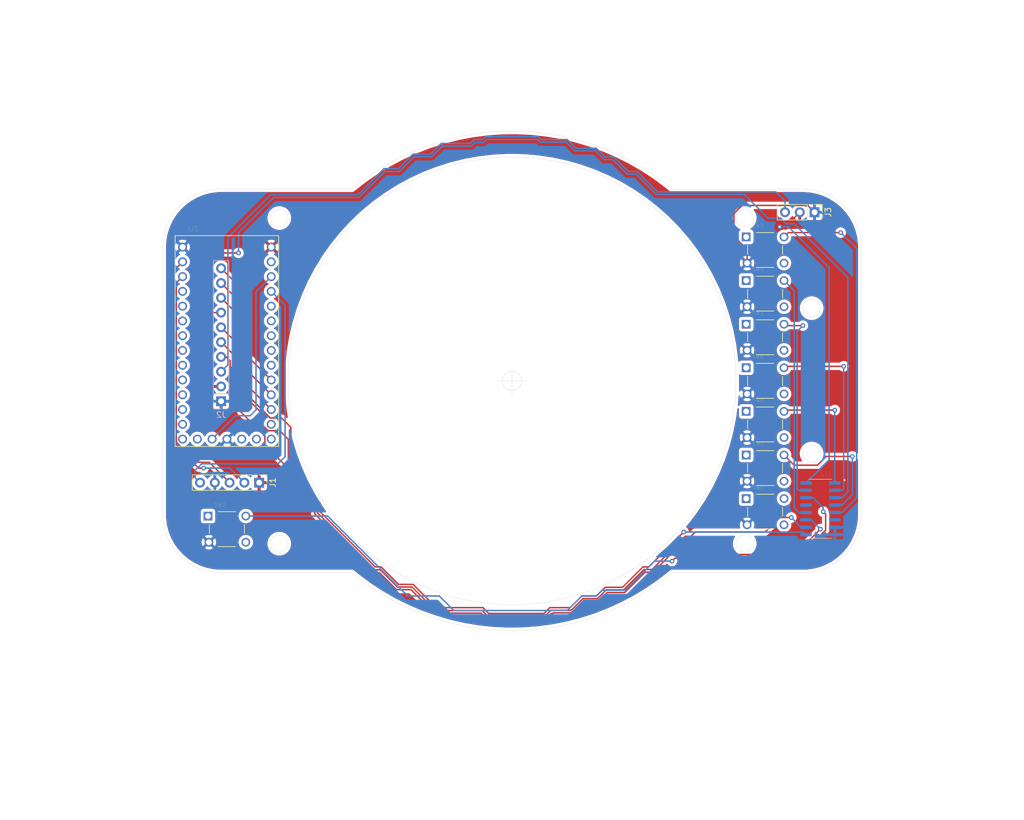
<source format=kicad_pcb>
(kicad_pcb (version 20171130) (host pcbnew "(5.1.6)-1")
  (layers (0 F.Cu signal) (31 B.Cu signal) (34 B.Paste user) (35 F.Paste user) (36 B.SilkS user) (37 F.SilkS user) (38 B.Mask user) (39 F.Mask user) (44 Edge.Cuts user))
  (net 0 "")
  (net 1 "Net-(J1-Pad5)")
  (net 2 GND)
  (net 3 "Net-(J1-Pad3)")
  (net 4 "Net-(J1-Pad2)")
  (net 5 +5V)
  (net 6 "Net-(J2-Pad10)")
  (net 7 "Net-(J2-Pad9)")
  (net 8 "Net-(J2-Pad8)")
  (net 9 "Net-(J2-Pad7)")
  (net 10 "Net-(J2-Pad6)")
  (net 11 "Net-(J2-Pad5)")
  (net 12 "Net-(J2-Pad4)")
  (net 13 "Net-(J2-Pad3)")
  (net 14 "Net-(SW1-Pad4)")
  (net 15 "Net-(SW1-Pad2)")
  (net 16 "Net-(SW1-Pad1)")
  (net 17 "Net-(SW2-Pad4)")
  (net 18 "Net-(SW2-Pad2)")
  (net 19 "Net-(SW2-Pad1)")
  (net 20 "Net-(SW3-Pad4)")
  (net 21 "Net-(SW3-Pad2)")
  (net 22 "Net-(SW3-Pad1)")
  (net 23 "Net-(SW4-Pad4)")
  (net 24 "Net-(SW4-Pad2)")
  (net 25 "Net-(SW4-Pad1)")
  (net 26 "Net-(SW5-Pad4)")
  (net 27 "Net-(SW5-Pad2)")
  (net 28 "Net-(SW5-Pad1)")
  (net 29 "Net-(SW6-Pad4)")
  (net 30 "Net-(SW6-Pad2)")
  (net 31 "Net-(SW6-Pad1)")
  (net 32 "Net-(SW7-Pad4)")
  (net 33 "Net-(SW7-Pad2)")
  (net 34 "Net-(SW7-Pad1)")
  (net 35 "Net-(SW8-Pad4)")
  (net 36 "Net-(SW8-Pad2)")
  (net 37 "Net-(SW8-Pad1)")
  (net 38 "Net-(U1-PadONOFF)")
  (net 39 "Net-(U1-PadPGM)")
  (net 40 +3V3)
  (net 41 "Net-(U1-PadVBAT)")
  (net 42 "Net-(U1-PadG3)")
  (net 43 "Net-(U1-Pad22)")
  (net 44 "Net-(U1-Pad21)")
  (net 45 "Net-(U1-Pad20)")
  (net 46 "Net-(U1-Pad19)")
  (net 47 "Net-(U1-Pad18)")
  (net 48 "Net-(U1-Pad14)")
  (net 49 "Net-(U1-Pad13)")
  (net 50 "Net-(U1-Pad2)")
  (net 51 "Net-(U1-Pad3)")
  (net 52 "Net-(U1-Pad4)")
  (net 53 "Net-(U1-Pad5)")
  (net 54 "Net-(U1-Pad6)")
  (net 55 "Net-(U1-Pad7)")
  (net 56 "Net-(U1-Pad8)")
  (net 57 "Net-(U1-Pad9)")
  (net 58 "Net-(U1-Pad10)")
  (net 59 "Net-(U1-Pad11)")
  (net 60 "Net-(U1-Pad12)")
  (net 61 "Net-(U2-Pad13)")
  (net 62 "Net-(U2-Pad6)")
  (module SN74LV4051ADR:SOIC127P600X175-16N (layer B.Cu) (at 203 122 180)
    (fp_text reference U2 (at -0.795 6.035) (layer B.SilkS) (effects (font (thickness 0.015)) (justify mirror)))
    (fp_text value SN74LV4051ADR)
    (fp_circle (center -4.145 4.945) (end -4.045 4.945) (layer B.SilkS) (width 0.2))
    (fp_line (start -1.95 5.065) (end 1.95 5.065) (layer B.SilkS) (width 0.127))
    (fp_line (start -1.95 -5.065) (end 1.95 -5.065) (layer B.SilkS) (width 0.127))
    (pad 16 smd rect (at 2.475 4.445 180) (size 1.97 0.6) (layers B.Cu B.Paste B.Mask) (net 5 +5V))
    (pad 15 smd rect (at 2.475 3.175 180) (size 1.97 0.6) (layers B.Cu B.Paste B.Mask) (net 21 "Net-(SW3-Pad2)"))
    (pad 14 smd rect (at 2.475 1.905 180) (size 1.97 0.6) (layers B.Cu B.Paste B.Mask) (net 18 "Net-(SW2-Pad2)"))
    (pad 13 smd rect (at 2.475 0.635 180) (size 1.97 0.6) (layers B.Cu B.Paste B.Mask) (net 61 "Net-(U2-Pad13)"))
    (pad 12 smd rect (at 2.475 -0.635 180) (size 1.97 0.6) (layers B.Cu B.Paste B.Mask) (net 24 "Net-(SW4-Pad2)"))
    (pad 11 smd rect (at 2.475 -1.905 180) (size 1.97 0.6) (layers B.Cu B.Paste B.Mask) (net 12 "Net-(J2-Pad4)"))
    (pad 10 smd rect (at 2.475 -3.175 180) (size 1.97 0.6) (layers B.Cu B.Paste B.Mask) (net 11 "Net-(J2-Pad5)"))
    (pad 9 smd rect (at 2.475 -4.445 180) (size 1.97 0.6) (layers B.Cu B.Paste B.Mask) (net 10 "Net-(J2-Pad6)"))
    (pad 8 smd rect (at -2.475 -4.445 180) (size 1.97 0.6) (layers B.Cu B.Paste B.Mask) (net 2 GND))
    (pad 7 smd rect (at -2.475 -3.175 180) (size 1.97 0.6) (layers B.Cu B.Paste B.Mask) (net 2 GND))
    (pad 6 smd rect (at -2.475 -1.905 180) (size 1.97 0.6) (layers B.Cu B.Paste B.Mask) (net 62 "Net-(U2-Pad6)"))
    (pad 5 smd rect (at -2.475 -0.635 180) (size 1.97 0.6) (layers B.Cu B.Paste B.Mask) (net 33 "Net-(SW7-Pad2)"))
    (pad 4 smd rect (at -2.475 0.635 180) (size 1.97 0.6) (layers B.Cu B.Paste B.Mask) (net 27 "Net-(SW5-Pad2)"))
    (pad 3 smd rect (at -2.475 1.905 180) (size 1.97 0.6) (layers B.Cu B.Paste B.Mask) (net 9 "Net-(J2-Pad7)"))
    (pad 2 smd rect (at -2.475 3.175 180) (size 1.97 0.6) (layers B.Cu B.Paste B.Mask) (net 30 "Net-(SW6-Pad2)"))
    (pad 1 smd rect (at -2.475 4.445 180) (size 1.97 0.6) (layers B.Cu B.Paste B.Mask) (net 36 "Net-(SW8-Pad2)"))
  )
  (module DEV-15583:MODULE_DEV-15583 (layer F.Cu) (at 101 93.5)
    (fp_text reference U1 (at -5.715 -19.685) (layer F.SilkS) (effects (font (thickness 0.015))))
    (fp_text value DEV-15583)
    (fp_text user GND (at -12.065 -16.256) (layer F.SilkS) (effects (font (size 0.64 0.64) (thickness 0.015))))
    (fp_line (start -8.89 -18.48) (end 8.89 -18.48) (layer F.SilkS) (width 0.127))
    (fp_line (start -8.89 17.78) (end -8.89 -18.48) (layer F.SilkS) (width 0.127))
    (fp_line (start 8.89 -18.48) (end 8.89 17.78) (layer F.SilkS) (width 0.127))
    (fp_line (start 8.89 17.78) (end -8.89 17.78) (layer F.SilkS) (width 0.127))
    (pad ONOFF thru_hole circle (at 5.08 16.51) (size 1.53 1.53) (drill 1.02) (layers *.Cu *.Mask) (net 38 "Net-(U1-PadONOFF)"))
    (pad PGM thru_hole circle (at 2.54 16.51) (size 1.53 1.53) (drill 1.02) (layers *.Cu *.Mask) (net 39 "Net-(U1-PadPGM)"))
    (pad G2 thru_hole circle (at 0 16.51) (size 1.53 1.53) (drill 1.02) (layers *.Cu *.Mask) (net 2 GND))
    (pad 3.3V_1 thru_hole circle (at -2.54 16.51) (size 1.53 1.53) (drill 1.02) (layers *.Cu *.Mask) (net 40 +3V3))
    (pad VBAT thru_hole circle (at -5.08 16.51) (size 1.53 1.53) (drill 1.02) (layers *.Cu *.Mask) (net 41 "Net-(U1-PadVBAT)"))
    (pad VIN thru_hole circle (at 7.62 -16.51) (size 1.53 1.53) (drill 1.02) (layers *.Cu *.Mask) (net 5 +5V))
    (pad G3 thru_hole circle (at 7.62 -13.97) (size 1.53 1.53) (drill 1.02) (layers *.Cu *.Mask) (net 42 "Net-(U1-PadG3)"))
    (pad 3.3V_2 thru_hole circle (at 7.62 -11.43) (size 1.53 1.53) (drill 1.02) (layers *.Cu *.Mask) (net 40 +3V3))
    (pad 23 thru_hole circle (at 7.62 -8.89) (size 1.53 1.53) (drill 1.02) (layers *.Cu *.Mask) (net 1 "Net-(J1-Pad5)"))
    (pad 22 thru_hole circle (at 7.62 -6.35) (size 1.53 1.53) (drill 1.02) (layers *.Cu *.Mask) (net 43 "Net-(U1-Pad22)"))
    (pad 21 thru_hole circle (at 7.62 -3.81) (size 1.53 1.53) (drill 1.02) (layers *.Cu *.Mask) (net 44 "Net-(U1-Pad21)"))
    (pad 20 thru_hole circle (at 7.62 -1.27) (size 1.53 1.53) (drill 1.02) (layers *.Cu *.Mask) (net 45 "Net-(U1-Pad20)"))
    (pad 19 thru_hole circle (at 7.62 1.27) (size 1.53 1.53) (drill 1.02) (layers *.Cu *.Mask) (net 46 "Net-(U1-Pad19)"))
    (pad 18 thru_hole circle (at 7.62 3.81) (size 1.53 1.53) (drill 1.02) (layers *.Cu *.Mask) (net 47 "Net-(U1-Pad18)"))
    (pad 17 thru_hole circle (at 7.62 6.35) (size 1.53 1.53) (drill 1.02) (layers *.Cu *.Mask) (net 6 "Net-(J2-Pad10)"))
    (pad 16 thru_hole circle (at 7.62 8.89) (size 1.53 1.53) (drill 1.02) (layers *.Cu *.Mask) (net 7 "Net-(J2-Pad9)"))
    (pad 15 thru_hole circle (at 7.62 11.43) (size 1.53 1.53) (drill 1.02) (layers *.Cu *.Mask) (net 8 "Net-(J2-Pad8)"))
    (pad 14 thru_hole circle (at 7.62 13.97) (size 1.53 1.53) (drill 1.02) (layers *.Cu *.Mask) (net 48 "Net-(U1-Pad14)"))
    (pad 13 thru_hole circle (at 7.62 16.51) (size 1.53 1.53) (drill 1.02) (layers *.Cu *.Mask) (net 49 "Net-(U1-Pad13)"))
    (pad G1 thru_hole circle (at -7.62 -16.51) (size 1.53 1.53) (drill 1.02) (layers *.Cu *.Mask) (net 2 GND))
    (pad 0 thru_hole circle (at -7.62 -13.97) (size 1.53 1.53) (drill 1.02) (layers *.Cu *.Mask) (net 4 "Net-(J1-Pad2)"))
    (pad 1 thru_hole circle (at -7.62 -11.43) (size 1.53 1.53) (drill 1.02) (layers *.Cu *.Mask) (net 3 "Net-(J1-Pad3)"))
    (pad 2 thru_hole circle (at -7.62 -8.89) (size 1.53 1.53) (drill 1.02) (layers *.Cu *.Mask) (net 50 "Net-(U1-Pad2)"))
    (pad 3 thru_hole circle (at -7.62 -6.35) (size 1.53 1.53) (drill 1.02) (layers *.Cu *.Mask) (net 51 "Net-(U1-Pad3)"))
    (pad 4 thru_hole circle (at -7.62 -3.81) (size 1.53 1.53) (drill 1.02) (layers *.Cu *.Mask) (net 52 "Net-(U1-Pad4)"))
    (pad 5 thru_hole circle (at -7.62 -1.27) (size 1.53 1.53) (drill 1.02) (layers *.Cu *.Mask) (net 53 "Net-(U1-Pad5)"))
    (pad 6 thru_hole circle (at -7.62 1.27) (size 1.53 1.53) (drill 1.02) (layers *.Cu *.Mask) (net 54 "Net-(U1-Pad6)"))
    (pad 7 thru_hole circle (at -7.62 3.81) (size 1.53 1.53) (drill 1.02) (layers *.Cu *.Mask) (net 55 "Net-(U1-Pad7)"))
    (pad 8 thru_hole circle (at -7.62 6.35) (size 1.53 1.53) (drill 1.02) (layers *.Cu *.Mask) (net 56 "Net-(U1-Pad8)"))
    (pad 9 thru_hole circle (at -7.62 8.89) (size 1.53 1.53) (drill 1.02) (layers *.Cu *.Mask) (net 57 "Net-(U1-Pad9)"))
    (pad 10 thru_hole circle (at -7.62 11.43) (size 1.53 1.53) (drill 1.02) (layers *.Cu *.Mask) (net 58 "Net-(U1-Pad10)"))
    (pad 11 thru_hole circle (at -7.62 13.97) (size 1.53 1.53) (drill 1.02) (layers *.Cu *.Mask) (net 59 "Net-(U1-Pad11)"))
    (pad 12 thru_hole circle (at -7.62 16.51) (size 1.53 1.53) (drill 1.02) (layers *.Cu *.Mask) (net 60 "Net-(U1-Pad12)"))
  )
  (module button:TE_3-1825910-1 (layer F.Cu) (at 193.5 107.5)
    (fp_text reference SW8 (at -1.219648 -4.182039) (layer F.SilkS) (effects (font (size 0.640864 0.640864) (thickness 0.015))))
    (fp_text value 3-1825910-1)
    (fp_line (start -3 0.75) (end -3 -0.75) (layer F.SilkS) (width 0.127))
    (fp_line (start -1.5 -3) (end 1.5 -3) (layer F.SilkS) (width 0.127))
    (fp_line (start 3 -0.75) (end 3 0.75) (layer F.SilkS) (width 0.127))
    (fp_line (start -1.5 3) (end 1.5 3) (layer F.SilkS) (width 0.127))
    (pad 4 thru_hole circle (at 3.25 2.25) (size 1.498 1.498) (drill 0.99) (layers *.Cu *.Mask) (net 35 "Net-(SW8-Pad4)"))
    (pad 3 thru_hole circle (at -3.1 2.25) (size 1.498 1.498) (drill 0.99) (layers *.Cu *.Mask) (net 2 GND))
    (pad 2 thru_hole circle (at 3.25 -2.25) (size 1.498 1.498) (drill 0.99) (layers *.Cu *.Mask) (net 36 "Net-(SW8-Pad2)"))
    (pad 1 thru_hole rect (at -3.25 -2.25) (size 1.498 1.498) (drill 0.99) (layers *.Cu *.Mask) (net 37 "Net-(SW8-Pad1)"))
  )
  (module button:TE_3-1825910-1 (layer F.Cu) (at 193.5 77.5)
    (fp_text reference SW7 (at -1.219648 -4.182039) (layer F.SilkS) (effects (font (size 0.640864 0.640864) (thickness 0.015))))
    (fp_text value 3-1825910-1)
    (fp_line (start -3 0.75) (end -3 -0.75) (layer F.SilkS) (width 0.127))
    (fp_line (start -1.5 -3) (end 1.5 -3) (layer F.SilkS) (width 0.127))
    (fp_line (start 3 -0.75) (end 3 0.75) (layer F.SilkS) (width 0.127))
    (fp_line (start -1.5 3) (end 1.5 3) (layer F.SilkS) (width 0.127))
    (pad 4 thru_hole circle (at 3.25 2.25) (size 1.498 1.498) (drill 0.99) (layers *.Cu *.Mask) (net 32 "Net-(SW7-Pad4)"))
    (pad 3 thru_hole circle (at -3.1 2.25) (size 1.498 1.498) (drill 0.99) (layers *.Cu *.Mask) (net 2 GND))
    (pad 2 thru_hole circle (at 3.25 -2.25) (size 1.498 1.498) (drill 0.99) (layers *.Cu *.Mask) (net 33 "Net-(SW7-Pad2)"))
    (pad 1 thru_hole rect (at -3.25 -2.25) (size 1.498 1.498) (drill 0.99) (layers *.Cu *.Mask) (net 34 "Net-(SW7-Pad1)"))
  )
  (module button:TE_3-1825910-1 (layer F.Cu) (at 193.5 100)
    (fp_text reference SW6 (at -1.219648 -4.182039) (layer F.SilkS) (effects (font (size 0.640864 0.640864) (thickness 0.015))))
    (fp_text value 3-1825910-1)
    (fp_line (start -3 0.75) (end -3 -0.75) (layer F.SilkS) (width 0.127))
    (fp_line (start -1.5 -3) (end 1.5 -3) (layer F.SilkS) (width 0.127))
    (fp_line (start 3 -0.75) (end 3 0.75) (layer F.SilkS) (width 0.127))
    (fp_line (start -1.5 3) (end 1.5 3) (layer F.SilkS) (width 0.127))
    (pad 4 thru_hole circle (at 3.25 2.25) (size 1.498 1.498) (drill 0.99) (layers *.Cu *.Mask) (net 29 "Net-(SW6-Pad4)"))
    (pad 3 thru_hole circle (at -3.1 2.25) (size 1.498 1.498) (drill 0.99) (layers *.Cu *.Mask) (net 2 GND))
    (pad 2 thru_hole circle (at 3.25 -2.25) (size 1.498 1.498) (drill 0.99) (layers *.Cu *.Mask) (net 30 "Net-(SW6-Pad2)"))
    (pad 1 thru_hole rect (at -3.25 -2.25) (size 1.498 1.498) (drill 0.99) (layers *.Cu *.Mask) (net 31 "Net-(SW6-Pad1)"))
  )
  (module button:TE_3-1825910-1 (layer F.Cu) (at 193.5 115)
    (fp_text reference SW5 (at -1.219648 -4.182039) (layer F.SilkS) (effects (font (size 0.640864 0.640864) (thickness 0.015))))
    (fp_text value 3-1825910-1)
    (fp_line (start -3 0.75) (end -3 -0.75) (layer F.SilkS) (width 0.127))
    (fp_line (start -1.5 -3) (end 1.5 -3) (layer F.SilkS) (width 0.127))
    (fp_line (start 3 -0.75) (end 3 0.75) (layer F.SilkS) (width 0.127))
    (fp_line (start -1.5 3) (end 1.5 3) (layer F.SilkS) (width 0.127))
    (pad 4 thru_hole circle (at 3.25 2.25) (size 1.498 1.498) (drill 0.99) (layers *.Cu *.Mask) (net 26 "Net-(SW5-Pad4)"))
    (pad 3 thru_hole circle (at -3.1 2.25) (size 1.498 1.498) (drill 0.99) (layers *.Cu *.Mask) (net 2 GND))
    (pad 2 thru_hole circle (at 3.25 -2.25) (size 1.498 1.498) (drill 0.99) (layers *.Cu *.Mask) (net 27 "Net-(SW5-Pad2)"))
    (pad 1 thru_hole rect (at -3.25 -2.25) (size 1.498 1.498) (drill 0.99) (layers *.Cu *.Mask) (net 28 "Net-(SW5-Pad1)"))
  )
  (module button:TE_3-1825910-1 (layer F.Cu) (at 193.5 85)
    (fp_text reference SW4 (at -1.219648 -4.182039) (layer F.SilkS) (effects (font (size 0.640864 0.640864) (thickness 0.015))))
    (fp_text value 3-1825910-1)
    (fp_line (start -3 0.75) (end -3 -0.75) (layer F.SilkS) (width 0.127))
    (fp_line (start -1.5 -3) (end 1.5 -3) (layer F.SilkS) (width 0.127))
    (fp_line (start 3 -0.75) (end 3 0.75) (layer F.SilkS) (width 0.127))
    (fp_line (start -1.5 3) (end 1.5 3) (layer F.SilkS) (width 0.127))
    (pad 4 thru_hole circle (at 3.25 2.25) (size 1.498 1.498) (drill 0.99) (layers *.Cu *.Mask) (net 23 "Net-(SW4-Pad4)"))
    (pad 3 thru_hole circle (at -3.1 2.25) (size 1.498 1.498) (drill 0.99) (layers *.Cu *.Mask) (net 2 GND))
    (pad 2 thru_hole circle (at 3.25 -2.25) (size 1.498 1.498) (drill 0.99) (layers *.Cu *.Mask) (net 24 "Net-(SW4-Pad2)"))
    (pad 1 thru_hole rect (at -3.25 -2.25) (size 1.498 1.498) (drill 0.99) (layers *.Cu *.Mask) (net 25 "Net-(SW4-Pad1)"))
  )
  (module button:TE_3-1825910-1 (layer F.Cu) (at 193.5 92.5)
    (fp_text reference SW3 (at -1.219648 -4.182039) (layer F.SilkS) (effects (font (size 0.640864 0.640864) (thickness 0.015))))
    (fp_text value 3-1825910-1)
    (fp_line (start -3 0.75) (end -3 -0.75) (layer F.SilkS) (width 0.127))
    (fp_line (start -1.5 -3) (end 1.5 -3) (layer F.SilkS) (width 0.127))
    (fp_line (start 3 -0.75) (end 3 0.75) (layer F.SilkS) (width 0.127))
    (fp_line (start -1.5 3) (end 1.5 3) (layer F.SilkS) (width 0.127))
    (pad 4 thru_hole circle (at 3.25 2.25) (size 1.498 1.498) (drill 0.99) (layers *.Cu *.Mask) (net 20 "Net-(SW3-Pad4)"))
    (pad 3 thru_hole circle (at -3.1 2.25) (size 1.498 1.498) (drill 0.99) (layers *.Cu *.Mask) (net 2 GND))
    (pad 2 thru_hole circle (at 3.25 -2.25) (size 1.498 1.498) (drill 0.99) (layers *.Cu *.Mask) (net 21 "Net-(SW3-Pad2)"))
    (pad 1 thru_hole rect (at -3.25 -2.25) (size 1.498 1.498) (drill 0.99) (layers *.Cu *.Mask) (net 22 "Net-(SW3-Pad1)"))
  )
  (module button:TE_3-1825910-1 (layer F.Cu) (at 101 125.5)
    (fp_text reference SW2 (at -1.219648 -4.182039) (layer F.SilkS) (effects (font (size 0.640864 0.640864) (thickness 0.015))))
    (fp_text value 3-1825910-1)
    (fp_line (start -3 0.75) (end -3 -0.75) (layer F.SilkS) (width 0.127))
    (fp_line (start -1.5 -3) (end 1.5 -3) (layer F.SilkS) (width 0.127))
    (fp_line (start 3 -0.75) (end 3 0.75) (layer F.SilkS) (width 0.127))
    (fp_line (start -1.5 3) (end 1.5 3) (layer F.SilkS) (width 0.127))
    (pad 4 thru_hole circle (at 3.25 2.25) (size 1.498 1.498) (drill 0.99) (layers *.Cu *.Mask) (net 17 "Net-(SW2-Pad4)"))
    (pad 3 thru_hole circle (at -3.1 2.25) (size 1.498 1.498) (drill 0.99) (layers *.Cu *.Mask) (net 2 GND))
    (pad 2 thru_hole circle (at 3.25 -2.25) (size 1.498 1.498) (drill 0.99) (layers *.Cu *.Mask) (net 18 "Net-(SW2-Pad2)"))
    (pad 1 thru_hole rect (at -3.25 -2.25) (size 1.498 1.498) (drill 0.99) (layers *.Cu *.Mask) (net 19 "Net-(SW2-Pad1)"))
  )
  (module button:TE_3-1825910-1 (layer F.Cu) (at 193.5 122.5)
    (fp_text reference SW1 (at -1.219648 -4.182039) (layer F.SilkS) (effects (font (size 0.640864 0.640864) (thickness 0.015))))
    (fp_text value 3-1825910-1)
    (fp_line (start -3 0.75) (end -3 -0.75) (layer F.SilkS) (width 0.127))
    (fp_line (start -1.5 -3) (end 1.5 -3) (layer F.SilkS) (width 0.127))
    (fp_line (start 3 -0.75) (end 3 0.75) (layer F.SilkS) (width 0.127))
    (fp_line (start -1.5 3) (end 1.5 3) (layer F.SilkS) (width 0.127))
    (pad 4 thru_hole circle (at 3.25 2.25) (size 1.498 1.498) (drill 0.99) (layers *.Cu *.Mask) (net 14 "Net-(SW1-Pad4)"))
    (pad 3 thru_hole circle (at -3.1 2.25) (size 1.498 1.498) (drill 0.99) (layers *.Cu *.Mask) (net 2 GND))
    (pad 2 thru_hole circle (at 3.25 -2.25) (size 1.498 1.498) (drill 0.99) (layers *.Cu *.Mask) (net 15 "Net-(SW1-Pad2)"))
    (pad 1 thru_hole rect (at -3.25 -2.25) (size 1.498 1.498) (drill 0.99) (layers *.Cu *.Mask) (net 16 "Net-(SW1-Pad1)"))
  )
  (module Connector_PinHeader_2.54mm:PinHeader_1x03_P2.54mm_Vertical (layer F.Cu) (at 202 71 270)
    (fp_text reference J3 (at 0 -2.33 90) (layer F.SilkS))
    (fp_text value Conn_01x03_Male)
    (fp_line (start -1.33 6.41) (end 1.33 6.41) (layer F.SilkS) (width 0.12))
    (fp_line (start -1.33 1.27) (end -1.33 6.41) (layer F.SilkS) (width 0.12))
    (fp_line (start 1.33 1.27) (end 1.33 6.41) (layer F.SilkS) (width 0.12))
    (fp_line (start -1.33 1.27) (end 1.33 1.27) (layer F.SilkS) (width 0.12))
    (fp_line (start -1.33 0) (end -1.33 -1.33) (layer F.SilkS) (width 0.12))
    (fp_line (start -1.33 -1.33) (end 0 -1.33) (layer F.SilkS) (width 0.12))
    (pad 3 thru_hole oval (at 0 5.08 270) (size 1.7 1.7) (drill 1) (layers *.Cu *.Mask) (net 13 "Net-(J2-Pad3)"))
    (pad 2 thru_hole oval (at 0 2.54 270) (size 1.7 1.7) (drill 1) (layers *.Cu *.Mask) (net 5 +5V))
    (pad 1 thru_hole rect (at 0 0 270) (size 1.7 1.7) (drill 1) (layers *.Cu *.Mask) (net 2 GND))
  )
  (module Connector_PinHeader_2.54mm:PinHeader_1x10_P2.54mm_Vertical (layer B.Cu) (at 100 103.5)
    (fp_text reference J2 (at 0 2.33) (layer B.SilkS) (effects (justify mirror)))
    (fp_text value Conn_01x10_Male)
    (fp_line (start -1.33 -24.19) (end 1.33 -24.19) (layer B.SilkS) (width 0.12))
    (fp_line (start -1.33 -1.27) (end -1.33 -24.19) (layer B.SilkS) (width 0.12))
    (fp_line (start 1.33 -1.27) (end 1.33 -24.19) (layer B.SilkS) (width 0.12))
    (fp_line (start -1.33 -1.27) (end 1.33 -1.27) (layer B.SilkS) (width 0.12))
    (fp_line (start -1.33 0) (end -1.33 1.33) (layer B.SilkS) (width 0.12))
    (fp_line (start -1.33 1.33) (end 0 1.33) (layer B.SilkS) (width 0.12))
    (pad 10 thru_hole oval (at 0 -22.86) (size 1.7 1.7) (drill 1) (layers *.Cu *.Mask) (net 6 "Net-(J2-Pad10)"))
    (pad 9 thru_hole oval (at 0 -20.32) (size 1.7 1.7) (drill 1) (layers *.Cu *.Mask) (net 7 "Net-(J2-Pad9)"))
    (pad 8 thru_hole oval (at 0 -17.78) (size 1.7 1.7) (drill 1) (layers *.Cu *.Mask) (net 8 "Net-(J2-Pad8)"))
    (pad 7 thru_hole oval (at 0 -15.24) (size 1.7 1.7) (drill 1) (layers *.Cu *.Mask) (net 9 "Net-(J2-Pad7)"))
    (pad 6 thru_hole oval (at 0 -12.7) (size 1.7 1.7) (drill 1) (layers *.Cu *.Mask) (net 10 "Net-(J2-Pad6)"))
    (pad 5 thru_hole oval (at 0 -10.16) (size 1.7 1.7) (drill 1) (layers *.Cu *.Mask) (net 11 "Net-(J2-Pad5)"))
    (pad 4 thru_hole oval (at 0 -7.62) (size 1.7 1.7) (drill 1) (layers *.Cu *.Mask) (net 12 "Net-(J2-Pad4)"))
    (pad 3 thru_hole oval (at 0 -5.08) (size 1.7 1.7) (drill 1) (layers *.Cu *.Mask) (net 13 "Net-(J2-Pad3)"))
    (pad 2 thru_hole oval (at 0 -2.54) (size 1.7 1.7) (drill 1) (layers *.Cu *.Mask) (net 5 +5V))
    (pad 1 thru_hole rect (at 0 0) (size 1.7 1.7) (drill 1) (layers *.Cu *.Mask) (net 2 GND))
  )
  (module Connector_PinHeader_2.54mm:PinHeader_1x05_P2.54mm_Vertical (layer F.Cu) (at 106.54 117.5 270)
    (fp_text reference J1 (at 0 -2.33 90) (layer F.SilkS))
    (fp_text value Conn_01x05_Male)
    (fp_line (start -1.33 11.49) (end 1.33 11.49) (layer F.SilkS) (width 0.12))
    (fp_line (start -1.33 1.27) (end -1.33 11.49) (layer F.SilkS) (width 0.12))
    (fp_line (start 1.33 1.27) (end 1.33 11.49) (layer F.SilkS) (width 0.12))
    (fp_line (start -1.33 1.27) (end 1.33 1.27) (layer F.SilkS) (width 0.12))
    (fp_line (start -1.33 0) (end -1.33 -1.33) (layer F.SilkS) (width 0.12))
    (fp_line (start -1.33 -1.33) (end 0 -1.33) (layer F.SilkS) (width 0.12))
    (pad 5 thru_hole oval (at 0 10.16 270) (size 1.7 1.7) (drill 1) (layers *.Cu *.Mask) (net 1 "Net-(J1-Pad5)"))
    (pad 4 thru_hole oval (at 0 7.62 270) (size 1.7 1.7) (drill 1) (layers *.Cu *.Mask) (net 2 GND))
    (pad 3 thru_hole oval (at 0 5.08 270) (size 1.7 1.7) (drill 1) (layers *.Cu *.Mask) (net 3 "Net-(J1-Pad3)"))
    (pad 2 thru_hole oval (at 0 2.54 270) (size 1.7 1.7) (drill 1) (layers *.Cu *.Mask) (net 4 "Net-(J1-Pad2)"))
    (pad 1 thru_hole rect (at 0 0 270) (size 1.7 1.7) (drill 1) (layers *.Cu *.Mask) (net 5 +5V))
  )
  (gr_circle (center 201.5 112.5) (end 203 112.5) (layer Edge.Cuts) (width 0.05))
  (gr_circle (center 201.5 87.5) (end 201.5 86) (layer Edge.Cuts) (width 0.05))
  (gr_arc (start 100 123) (end 90 123) (angle -90) (layer Edge.Cuts) (width 0.05))
  (gr_arc (start 100 77) (end 100 67) (angle -90) (layer Edge.Cuts) (width 0.05))
  (gr_arc (start 200 77) (end 210 77) (angle -90) (layer Edge.Cuts) (width 0.05))
  (gr_arc (start 200 123) (end 200 133) (angle -90) (layer Edge.Cuts) (width 0.05))
  (gr_arc (start 150 100) (end 122.500001 132.999999) (angle -79.61114218) (layer Edge.Cuts) (width 0.05))
  (gr_arc (start 150 100) (end 177.499999 67.000001) (angle -79.61114218) (layer Edge.Cuts) (width 0.05))
  (gr_line (start 100 67) (end 122.5 67) (layer Edge.Cuts) (width 0.05))
  (gr_line (start 100 133) (end 122.5 133) (layer Edge.Cuts) (width 0.05))
  (gr_line (start 90 100) (end 90 123) (layer Edge.Cuts) (width 0.05))
  (gr_line (start 90 100) (end 90 77) (layer Edge.Cuts) (width 0.05))
  (gr_line (start 200 133) (end 177.5 133) (layer Edge.Cuts) (width 0.05))
  (gr_line (start 210 100) (end 210 123) (layer Edge.Cuts) (width 0.05))
  (gr_line (start 200 67) (end 177.5 67) (layer Edge.Cuts) (width 0.05))
  (gr_line (start 210 100) (end 210 77) (layer Edge.Cuts) (width 0.05))
  (gr_circle (center 110 72) (end 111.5 72) (layer Edge.Cuts) (width 0.05))
  (gr_circle (center 110 128) (end 111.5 128) (layer Edge.Cuts) (width 0.05))
  (gr_circle (center 190 128) (end 191.5 128) (layer Edge.Cuts) (width 0.05))
  (gr_circle (center 190 72) (end 191.5 72) (layer Edge.Cuts) (width 0.05))
  (gr_circle (center 150 100) (end 188.5 100) (layer Edge.Cuts) (width 0.05))
  (target plus (at 150 100) (size 5) (width 0.05) (layer Edge.Cuts))
  (segment (start 96.651999 114.274999) (end 109.774999 114.274999) (width 0.25) (layer B.Cu) (net 1))
  (segment (start 95.530001 115.396997) (end 96.651999 114.274999) (width 0.25) (layer B.Cu) (net 1))
  (segment (start 96.38 117.5) (end 95.530001 116.650001) (width 0.25) (layer B.Cu) (net 1))
  (segment (start 95.530001 116.650001) (end 95.530001 115.396997) (width 0.25) (layer B.Cu) (net 1))
  (segment (start 109.774999 114.274999) (end 111 113.049998) (width 0.25) (layer B.Cu) (net 1))
  (segment (start 111 86.99) (end 108.62 84.61) (width 0.25) (layer B.Cu) (net 1))
  (segment (start 111 113.049998) (end 111 86.99) (width 0.25) (layer B.Cu) (net 1))
  (segment (start 190.4 77.4) (end 190.4 79.75) (width 0.25) (layer F.Cu) (net 2))
  (segment (start 200.824999 69.824999) (end 189.558189 69.824999) (width 0.25) (layer F.Cu) (net 2))
  (segment (start 202 71) (end 200.824999 69.824999) (width 0.25) (layer F.Cu) (net 2))
  (segment (start 188.147539 75.147539) (end 190.4 77.4) (width 0.25) (layer F.Cu) (net 2))
  (segment (start 189.558189 69.824999) (end 188.147539 71.235649) (width 0.25) (layer F.Cu) (net 2))
  (segment (start 188.147539 71.235649) (end 188.147539 75.147539) (width 0.25) (layer F.Cu) (net 2))
  (segment (start 92.289999 110.533201) (end 95.756798 114) (width 0.25) (layer F.Cu) (net 3))
  (segment (start 93.38 82.07) (end 92.289999 83.160001) (width 0.25) (layer F.Cu) (net 3))
  (segment (start 92.289999 83.160001) (end 92.289999 110.533201) (width 0.25) (layer F.Cu) (net 3))
  (segment (start 97.96 114) (end 101.46 117.5) (width 0.25) (layer F.Cu) (net 3))
  (segment (start 95.756798 114) (end 97.96 114) (width 0.25) (layer F.Cu) (net 3))
  (segment (start 91.83999 110.719602) (end 96.120388 115) (width 0.25) (layer F.Cu) (net 4))
  (segment (start 93.38 79.53) (end 91.839989 81.070011) (width 0.25) (layer F.Cu) (net 4))
  (segment (start 91.839989 81.070011) (end 91.83999 110.719602) (width 0.25) (layer F.Cu) (net 4))
  (segment (start 96.120388 115) (end 97 115) (width 0.25) (layer F.Cu) (net 4))
  (segment (start 97 115) (end 97 115) (width 0.25) (layer F.Cu) (net 4))
  (via (at 97 115) (size 0.8) (drill 0.4) (layers F.Cu B.Cu) (net 4))
  (segment (start 101.5 115) (end 104 117.5) (width 0.25) (layer B.Cu) (net 4))
  (segment (start 97 115) (end 101.5 115) (width 0.25) (layer B.Cu) (net 4))
  (segment (start 200.525 117.555) (end 204.5 113.58) (width 0.25) (layer B.Cu) (net 5))
  (segment (start 204.5 113.58) (end 204.5 110) (width 0.25) (layer B.Cu) (net 5))
  (segment (start 204.5 110) (end 204.5 80.5) (width 0.25) (layer B.Cu) (net 5))
  (segment (start 204.5 80.5) (end 197.5 73.5) (width 0.25) (layer B.Cu) (net 5))
  (segment (start 197.5 73.5) (end 196 73.5) (width 0.25) (layer B.Cu) (net 5))
  (segment (start 196 73.5) (end 196 73.5) (width 0.25) (layer B.Cu) (net 5))
  (via (at 196 73.5) (size 0.8) (drill 0.4) (layers F.Cu B.Cu) (net 5))
  (segment (start 196.96 73.5) (end 199.46 71) (width 0.25) (layer F.Cu) (net 5))
  (segment (start 196 73.5) (end 196.96 73.5) (width 0.25) (layer F.Cu) (net 5))
  (segment (start 100 80.64) (end 104 84.64) (width 0.25) (layer F.Cu) (net 6))
  (segment (start 104 95.23) (end 108.62 99.85) (width 0.25) (layer F.Cu) (net 6))
  (segment (start 104 84.64) (end 104 95.23) (width 0.25) (layer F.Cu) (net 6))
  (segment (start 100 83.18) (end 103.5 86.68) (width 0.25) (layer F.Cu) (net 7))
  (segment (start 103.5 97.27) (end 108.62 102.39) (width 0.25) (layer F.Cu) (net 7))
  (segment (start 103.5 86.68) (end 103.5 97.27) (width 0.25) (layer F.Cu) (net 7))
  (segment (start 100 85.72) (end 103 88.72) (width 0.25) (layer F.Cu) (net 8))
  (segment (start 103 99.31) (end 108.62 104.93) (width 0.25) (layer F.Cu) (net 8))
  (segment (start 103 88.72) (end 103 99.31) (width 0.25) (layer F.Cu) (net 8))
  (segment (start 207.725001 119.079999) (end 207.725001 82.225001) (width 0.25) (layer B.Cu) (net 9))
  (segment (start 205.475 120.095) (end 206.71 120.095) (width 0.25) (layer B.Cu) (net 9))
  (segment (start 206.71 120.095) (end 207.725001 119.079999) (width 0.25) (layer B.Cu) (net 9))
  (segment (start 207.725001 82.225001) (end 198.5 73) (width 0.25) (layer B.Cu) (net 9))
  (segment (start 197.180998 73) (end 196.180998 72) (width 0.25) (layer B.Cu) (net 9))
  (segment (start 198.5 73) (end 197.180998 73) (width 0.25) (layer B.Cu) (net 9))
  (segment (start 196.180998 72) (end 194.5 72) (width 0.25) (layer B.Cu) (net 9))
  (segment (start 194.5 72) (end 194 72) (width 0.25) (layer B.Cu) (net 9))
  (segment (start 189.95001 67.95001) (end 174.813599 67.950009) (width 0.25) (layer B.Cu) (net 9))
  (segment (start 194 72) (end 189.95001 67.95001) (width 0.25) (layer B.Cu) (net 9))
  (segment (start 174.813599 67.950009) (end 171.431795 64.568205) (width 0.25) (layer B.Cu) (net 9))
  (segment (start 171.3136 64.45001) (end 169.813599 64.450009) (width 0.25) (layer B.Cu) (net 9))
  (segment (start 171.431795 64.568205) (end 171.3136 64.45001) (width 0.25) (layer B.Cu) (net 9))
  (segment (start 169.813599 64.450009) (end 167.431795 62.068205) (width 0.25) (layer B.Cu) (net 9))
  (segment (start 167.3136 61.95001) (end 165.813599 61.950009) (width 0.25) (layer B.Cu) (net 9))
  (segment (start 167.431795 62.068205) (end 167.3136 61.95001) (width 0.25) (layer B.Cu) (net 9))
  (segment (start 165.813599 61.950009) (end 164.431795 60.568205) (width 0.25) (layer B.Cu) (net 9))
  (segment (start 164.3136 60.45001) (end 160.813599 60.450009) (width 0.25) (layer B.Cu) (net 9))
  (segment (start 164.431795 60.568205) (end 164.3136 60.45001) (width 0.25) (layer B.Cu) (net 9))
  (segment (start 160.813599 60.450009) (end 159.431795 59.068205) (width 0.25) (layer B.Cu) (net 9))
  (segment (start 159.3136 58.95001) (end 154.813599 58.950009) (width 0.25) (layer B.Cu) (net 9))
  (segment (start 159.431795 59.068205) (end 159.3136 58.95001) (width 0.25) (layer B.Cu) (net 9))
  (segment (start 154.36359 58.5) (end 145.63641 58.5) (width 0.25) (layer B.Cu) (net 9))
  (segment (start 154.813599 58.950009) (end 154.36359 58.5) (width 0.25) (layer B.Cu) (net 9))
  (segment (start 145.13641 59) (end 143.63641 59) (width 0.25) (layer B.Cu) (net 9))
  (segment (start 145.63641 58.5) (end 145.13641 59) (width 0.25) (layer B.Cu) (net 9))
  (segment (start 143.63641 59) (end 143.018167 59.618243) (width 0.25) (layer B.Cu) (net 9))
  (segment (start 143.018167 59.618243) (end 138.018167 59.618243) (width 0.25) (layer B.Cu) (net 9))
  (segment (start 136.186401 61.450009) (end 133.186401 61.450009) (width 0.25) (layer B.Cu) (net 9))
  (segment (start 138.018167 59.618243) (end 136.186401 61.450009) (width 0.25) (layer B.Cu) (net 9))
  (segment (start 130.63641 64) (end 128.13641 64) (width 0.25) (layer B.Cu) (net 9))
  (segment (start 133.186401 61.450009) (end 130.63641 64) (width 0.25) (layer B.Cu) (net 9))
  (segment (start 128.13641 64) (end 123.686401 68.450009) (width 0.25) (layer B.Cu) (net 9))
  (segment (start 109.049991 68.450009) (end 103 74.5) (width 0.25) (layer B.Cu) (net 9))
  (segment (start 123.686401 68.450009) (end 109.049991 68.450009) (width 0.25) (layer B.Cu) (net 9))
  (segment (start 103 74.5) (end 103 78) (width 0.25) (layer B.Cu) (net 9))
  (segment (start 103 78) (end 103 78) (width 0.25) (layer B.Cu) (net 9))
  (via (at 103 78) (size 0.8) (drill 0.4) (layers F.Cu B.Cu) (net 9))
  (segment (start 97.76 88.26) (end 100 88.26) (width 0.25) (layer F.Cu) (net 9))
  (segment (start 97 87.5) (end 97.76 88.26) (width 0.25) (layer F.Cu) (net 9))
  (segment (start 97 80) (end 97 87.5) (width 0.25) (layer F.Cu) (net 9))
  (segment (start 103 78) (end 99 78) (width 0.25) (layer F.Cu) (net 9))
  (segment (start 99 78) (end 97 80) (width 0.25) (layer F.Cu) (net 9))
  (segment (start 108.456797 106.379999) (end 110.379999 106.379999) (width 0.25) (layer F.Cu) (net 10))
  (segment (start 102.549991 100.473193) (end 108.456797 106.379999) (width 0.25) (layer F.Cu) (net 10))
  (segment (start 100 90.8) (end 102.549991 93.349991) (width 0.25) (layer F.Cu) (net 10))
  (segment (start 102.549991 93.349991) (end 102.549991 100.473193) (width 0.25) (layer F.Cu) (net 10))
  (segment (start 111.978481 107.978481) (end 112 108.079892) (width 0.25) (layer F.Cu) (net 10))
  (segment (start 110.379999 106.379999) (end 111.978481 107.978481) (width 0.25) (layer F.Cu) (net 10))
  (segment (start 112 108.079892) (end 112 114) (width 0.25) (layer F.Cu) (net 10))
  (segment (start 112 114) (end 114 116) (width 0.25) (layer F.Cu) (net 10))
  (segment (start 114 116) (end 114 118) (width 0.25) (layer F.Cu) (net 10))
  (segment (start 114 118) (end 117 121) (width 0.25) (layer F.Cu) (net 10))
  (segment (start 117 121) (end 117 122.5) (width 0.25) (layer F.Cu) (net 10))
  (segment (start 117 122.5) (end 126.5 132) (width 0.25) (layer F.Cu) (net 10))
  (segment (start 126.5 132) (end 127.5 132) (width 0.25) (layer F.Cu) (net 10))
  (segment (start 127.5 132) (end 130.5 135) (width 0.25) (layer F.Cu) (net 10))
  (segment (start 130.5 135) (end 133 135) (width 0.25) (layer F.Cu) (net 10))
  (segment (start 133 135) (end 135 137) (width 0.25) (layer F.Cu) (net 10))
  (segment (start 135 137) (end 137 139) (width 0.25) (layer F.Cu) (net 10))
  (segment (start 137 139) (end 145 139) (width 0.25) (layer F.Cu) (net 10))
  (segment (start 145 139) (end 146 140) (width 0.25) (layer F.Cu) (net 10))
  (segment (start 146 140) (end 155.5 140) (width 0.25) (layer F.Cu) (net 10))
  (segment (start 155.5 140) (end 156.5 139) (width 0.25) (layer F.Cu) (net 10))
  (segment (start 156.5 139) (end 159.122658 139) (width 0.25) (layer F.Cu) (net 10))
  (segment (start 159.122658 139) (end 160 139) (width 0.25) (layer F.Cu) (net 10))
  (segment (start 160 139) (end 162 137) (width 0.25) (layer F.Cu) (net 10))
  (segment (start 162 137) (end 164.5 137) (width 0.25) (layer F.Cu) (net 10))
  (segment (start 164.5 137) (end 166 135.5) (width 0.25) (layer F.Cu) (net 10))
  (segment (start 166 135.5) (end 169 135.5) (width 0.25) (layer F.Cu) (net 10))
  (segment (start 169 135.5) (end 172.5 132) (width 0.25) (layer F.Cu) (net 10))
  (segment (start 172.5 132) (end 173.5 132) (width 0.25) (layer F.Cu) (net 10))
  (segment (start 173.5 132) (end 179.5 126) (width 0.25) (layer F.Cu) (net 10))
  (segment (start 179.5 126) (end 179.5 126) (width 0.25) (layer F.Cu) (net 10))
  (via (at 179.5 126) (size 0.8) (drill 0.4) (layers F.Cu B.Cu) (net 10))
  (segment (start 200.08 126) (end 200.525 126.445) (width 0.25) (layer B.Cu) (net 10))
  (segment (start 179.5 126) (end 200.08 126) (width 0.25) (layer B.Cu) (net 10))
  (segment (start 198 123.5) (end 198 123.5) (width 0.25) (layer F.Cu) (net 11))
  (via (at 198 123.5) (size 0.8) (drill 0.4) (layers F.Cu B.Cu) (net 11))
  (segment (start 199.675 125.175) (end 200.525 125.175) (width 0.25) (layer B.Cu) (net 11))
  (segment (start 198 123.5) (end 199.675 125.175) (width 0.25) (layer B.Cu) (net 11))
  (segment (start 197.5 123.5) (end 198 123.5) (width 0.25) (layer F.Cu) (net 11))
  (segment (start 196 123.5) (end 197.5 123.5) (width 0.25) (layer F.Cu) (net 11))
  (segment (start 181.5 126) (end 193.5 126) (width 0.25) (layer F.Cu) (net 11))
  (segment (start 180.774999 126.725001) (end 181.5 126) (width 0.25) (layer F.Cu) (net 11))
  (segment (start 179.774999 126.725001) (end 180.774999 126.725001) (width 0.25) (layer F.Cu) (net 11))
  (segment (start 174.04999 132.45001) (end 179.774999 126.725001) (width 0.25) (layer F.Cu) (net 11))
  (segment (start 169.186401 135.950009) (end 172.6864 132.45001) (width 0.25) (layer F.Cu) (net 11))
  (segment (start 164.686401 137.450009) (end 166.1864 135.95001) (width 0.25) (layer F.Cu) (net 11))
  (segment (start 162.1864 137.45001) (end 164.686401 137.450009) (width 0.25) (layer F.Cu) (net 11))
  (segment (start 160.186401 139.450009) (end 162.1864 137.45001) (width 0.25) (layer F.Cu) (net 11))
  (segment (start 172.6864 132.45001) (end 174.04999 132.45001) (width 0.25) (layer F.Cu) (net 11))
  (segment (start 156.6864 139.45001) (end 160.186401 139.450009) (width 0.25) (layer F.Cu) (net 11))
  (segment (start 111.549991 114.186401) (end 113.54999 116.1864) (width 0.25) (layer F.Cu) (net 11))
  (segment (start 113.54999 116.1864) (end 113.549991 118.186401) (width 0.25) (layer F.Cu) (net 11))
  (segment (start 111.54999 110.04999) (end 111.549991 114.186401) (width 0.25) (layer F.Cu) (net 11))
  (segment (start 110.060001 108.560001) (end 111.54999 110.04999) (width 0.25) (layer F.Cu) (net 11))
  (segment (start 107 105.559612) (end 107 107.5) (width 0.25) (layer F.Cu) (net 11))
  (segment (start 130.3136 135.45001) (end 132.8136 135.45001) (width 0.25) (layer F.Cu) (net 11))
  (segment (start 108.060001 108.560001) (end 110.060001 108.560001) (width 0.25) (layer F.Cu) (net 11))
  (segment (start 113.549991 118.186401) (end 116.54999 121.1864) (width 0.25) (layer F.Cu) (net 11))
  (segment (start 102 98) (end 102.099981 98.099981) (width 0.25) (layer F.Cu) (net 11))
  (segment (start 116.549991 122.686401) (end 126.36359 132.5) (width 0.25) (layer F.Cu) (net 11))
  (segment (start 145.8136 140.45001) (end 155.686401 140.450009) (width 0.25) (layer F.Cu) (net 11))
  (segment (start 100 93.34) (end 102 95.34) (width 0.25) (layer F.Cu) (net 11))
  (segment (start 102.099982 100.659594) (end 107 105.559612) (width 0.25) (layer F.Cu) (net 11))
  (segment (start 107 107.5) (end 108.060001 108.560001) (width 0.25) (layer F.Cu) (net 11))
  (segment (start 102 95.34) (end 102 98) (width 0.25) (layer F.Cu) (net 11))
  (segment (start 166.1864 135.95001) (end 169.186401 135.950009) (width 0.25) (layer F.Cu) (net 11))
  (segment (start 102.099981 98.099981) (end 102.099982 100.659594) (width 0.25) (layer F.Cu) (net 11))
  (segment (start 193.5 126) (end 196 123.5) (width 0.25) (layer F.Cu) (net 11))
  (segment (start 127.36359 132.5) (end 130.3136 135.45001) (width 0.25) (layer F.Cu) (net 11))
  (segment (start 116.54999 121.1864) (end 116.549991 122.686401) (width 0.25) (layer F.Cu) (net 11))
  (segment (start 126.36359 132.5) (end 127.36359 132.5) (width 0.25) (layer F.Cu) (net 11))
  (segment (start 132.8136 135.45001) (end 136.86359 139.5) (width 0.25) (layer F.Cu) (net 11))
  (segment (start 136.86359 139.5) (end 144.86359 139.5) (width 0.25) (layer F.Cu) (net 11))
  (segment (start 155.686401 140.450009) (end 156.6864 139.45001) (width 0.25) (layer F.Cu) (net 11))
  (segment (start 144.86359 139.5) (end 145.8136 140.45001) (width 0.25) (layer F.Cu) (net 11))
  (segment (start 203 125.5) (end 203 125.5) (width 0.25) (layer F.Cu) (net 12))
  (via (at 203 125.5) (size 0.8) (drill 0.4) (layers F.Cu B.Cu) (net 12))
  (segment (start 201.405 123.905) (end 200.525 123.905) (width 0.25) (layer B.Cu) (net 12))
  (segment (start 203 125.5) (end 201.405 123.905) (width 0.25) (layer B.Cu) (net 12))
  (segment (start 198.644264 129.855736) (end 203 125.5) (width 0.25) (layer F.Cu) (net 12))
  (segment (start 177.280674 129.855736) (end 198.644264 129.855736) (width 0.25) (layer F.Cu) (net 12))
  (segment (start 174.236391 132.900019) (end 177.280674 129.855736) (width 0.25) (layer F.Cu) (net 12))
  (segment (start 172.8728 132.90002) (end 174.236391 132.900019) (width 0.25) (layer F.Cu) (net 12))
  (segment (start 169.372802 136.400018) (end 172.8728 132.90002) (width 0.25) (layer F.Cu) (net 12))
  (segment (start 166.372802 136.400018) (end 169.372802 136.400018) (width 0.25) (layer F.Cu) (net 12))
  (segment (start 160.372802 139.900018) (end 162.372802 137.900018) (width 0.25) (layer F.Cu) (net 12))
  (segment (start 157 140) (end 157.099982 139.900018) (width 0.25) (layer F.Cu) (net 12))
  (segment (start 107.529999 111.029999) (end 113 116.5) (width 0.25) (layer F.Cu) (net 12))
  (segment (start 103.401989 102.598011) (end 103.401989 105.358789) (width 0.25) (layer F.Cu) (net 12))
  (segment (start 100.88 95.88) (end 101.54999 96.54999) (width 0.25) (layer F.Cu) (net 12))
  (segment (start 155.872802 140.900018) (end 156.77282 140) (width 0.25) (layer F.Cu) (net 12))
  (segment (start 107.529999 109.486799) (end 107.529999 111.029999) (width 0.25) (layer F.Cu) (net 12))
  (segment (start 100 95.88) (end 100.88 95.88) (width 0.25) (layer F.Cu) (net 12))
  (segment (start 157.099982 139.900018) (end 160.372802 139.900018) (width 0.25) (layer F.Cu) (net 12))
  (segment (start 144.67719 139.95001) (end 145.627201 140.900019) (width 0.25) (layer F.Cu) (net 12))
  (segment (start 101.549991 98.186401) (end 101.649972 98.286382) (width 0.25) (layer F.Cu) (net 12))
  (segment (start 145.627201 140.900019) (end 155.872802 140.900018) (width 0.25) (layer F.Cu) (net 12))
  (segment (start 103.401989 105.358789) (end 107.529999 109.486799) (width 0.25) (layer F.Cu) (net 12))
  (segment (start 101.54999 96.54999) (end 101.549991 98.186401) (width 0.25) (layer F.Cu) (net 12))
  (segment (start 101.649973 100.845995) (end 103.401989 102.598011) (width 0.25) (layer F.Cu) (net 12))
  (segment (start 113 116.5) (end 113 118.5) (width 0.25) (layer F.Cu) (net 12))
  (segment (start 132.6272 135.90002) (end 136.67719 139.95001) (width 0.25) (layer F.Cu) (net 12))
  (segment (start 101.649972 98.286382) (end 101.649973 100.845995) (width 0.25) (layer F.Cu) (net 12))
  (segment (start 113 118.5) (end 116.099982 121.599982) (width 0.25) (layer F.Cu) (net 12))
  (segment (start 116.099982 121.599982) (end 116.099982 122.872802) (width 0.25) (layer F.Cu) (net 12))
  (segment (start 126.22718 133) (end 127.22718 133) (width 0.25) (layer F.Cu) (net 12))
  (segment (start 127.22718 133) (end 130.1272 135.90002) (width 0.25) (layer F.Cu) (net 12))
  (segment (start 164.872802 137.900018) (end 166.372802 136.400018) (width 0.25) (layer F.Cu) (net 12))
  (segment (start 130.1272 135.90002) (end 132.6272 135.90002) (width 0.25) (layer F.Cu) (net 12))
  (segment (start 162.372802 137.900018) (end 164.872802 137.900018) (width 0.25) (layer F.Cu) (net 12))
  (segment (start 116.099982 122.872802) (end 126.22718 133) (width 0.25) (layer F.Cu) (net 12))
  (segment (start 136.67719 139.95001) (end 144.67719 139.95001) (width 0.25) (layer F.Cu) (net 12))
  (segment (start 156.77282 140) (end 157 140) (width 0.25) (layer F.Cu) (net 12))
  (segment (start 196.92 69.071) (end 196.92 71) (width 0.25) (layer B.Cu) (net 13))
  (segment (start 195.349 67.5) (end 196.92 69.071) (width 0.25) (layer B.Cu) (net 13))
  (segment (start 175 67.5) (end 195.349 67.5) (width 0.25) (layer B.Cu) (net 13))
  (segment (start 171.5 64) (end 175 67.5) (width 0.25) (layer B.Cu) (net 13))
  (segment (start 136 61) (end 137.831767 59.168233) (width 0.25) (layer B.Cu) (net 13))
  (segment (start 133 61) (end 136 61) (width 0.25) (layer B.Cu) (net 13))
  (segment (start 155 58.5) (end 159.5 58.5) (width 0.25) (layer B.Cu) (net 13))
  (segment (start 137.831767 59.168233) (end 142.831767 59.168233) (width 0.25) (layer B.Cu) (net 13))
  (segment (start 130.5 63.5) (end 133 61) (width 0.25) (layer B.Cu) (net 13))
  (segment (start 127.965935 63.534065) (end 128.022104 63.5) (width 0.25) (layer B.Cu) (net 13))
  (segment (start 145.5 58) (end 154.5 58) (width 0.25) (layer B.Cu) (net 13))
  (segment (start 159.5 58.5) (end 161 60) (width 0.25) (layer B.Cu) (net 13))
  (segment (start 164.5 60) (end 166 61.5) (width 0.25) (layer B.Cu) (net 13))
  (segment (start 128.022104 63.5) (end 130.5 63.5) (width 0.25) (layer B.Cu) (net 13))
  (segment (start 100 98.42) (end 101.175001 97.244999) (width 0.25) (layer B.Cu) (net 13))
  (segment (start 101.175001 97.244999) (end 101.175001 75.324999) (width 0.25) (layer B.Cu) (net 13))
  (segment (start 101.175001 75.324999) (end 108.5 68) (width 0.25) (layer B.Cu) (net 13))
  (segment (start 108.5 68) (end 123.5 68) (width 0.25) (layer B.Cu) (net 13))
  (segment (start 123.5 68) (end 127.965935 63.534065) (width 0.25) (layer B.Cu) (net 13))
  (segment (start 142.831767 59.168233) (end 143.5 58.5) (width 0.25) (layer B.Cu) (net 13))
  (segment (start 143.5 58.5) (end 145 58.5) (width 0.25) (layer B.Cu) (net 13))
  (segment (start 167.5 61.5) (end 170 64) (width 0.25) (layer B.Cu) (net 13))
  (segment (start 145 58.5) (end 145.5 58) (width 0.25) (layer B.Cu) (net 13))
  (segment (start 154.5 58) (end 155 58.5) (width 0.25) (layer B.Cu) (net 13))
  (segment (start 161 60) (end 164.5 60) (width 0.25) (layer B.Cu) (net 13))
  (segment (start 166 61.5) (end 167.5 61.5) (width 0.25) (layer B.Cu) (net 13))
  (segment (start 170 64) (end 171.5 64) (width 0.25) (layer B.Cu) (net 13))
  (segment (start 201.76 120.095) (end 203.5 121.835) (width 0.25) (layer B.Cu) (net 18))
  (segment (start 200.525 120.095) (end 201.76 120.095) (width 0.25) (layer B.Cu) (net 18))
  (segment (start 203.5 121.835) (end 203.5 122.5) (width 0.25) (layer B.Cu) (net 18))
  (segment (start 203.5 122.5) (end 203.5 122.5) (width 0.25) (layer B.Cu) (net 18))
  (via (at 203.5 122.5) (size 0.8) (drill 0.4) (layers F.Cu B.Cu) (net 18))
  (segment (start 203.899999 125.673003) (end 199.073002 130.5) (width 0.25) (layer F.Cu) (net 18))
  (segment (start 203.5 122.5) (end 203.899999 122.899999) (width 0.25) (layer F.Cu) (net 18))
  (segment (start 203.899999 122.899999) (end 203.899999 125.673003) (width 0.25) (layer F.Cu) (net 18))
  (segment (start 199.073002 130.5) (end 178 130.5) (width 0.25) (layer F.Cu) (net 18))
  (segment (start 178 130.5) (end 177.5 131) (width 0.25) (layer F.Cu) (net 18))
  (segment (start 177.5 131) (end 177.5 131) (width 0.25) (layer F.Cu) (net 18))
  (via (at 177.5 131) (size 0.8) (drill 0.4) (layers F.Cu B.Cu) (net 18))
  (segment (start 118.307543 123.25) (end 104.25 123.25) (width 0.25) (layer B.Cu) (net 18))
  (segment (start 159.5 139.5) (end 140 139.5) (width 0.25) (layer B.Cu) (net 18))
  (segment (start 140 139.5) (end 137.5 137) (width 0.25) (layer B.Cu) (net 18))
  (segment (start 162 137) (end 159.5 139.5) (width 0.25) (layer B.Cu) (net 18))
  (segment (start 132.057543 137) (end 118.307543 123.25) (width 0.25) (layer B.Cu) (net 18))
  (segment (start 164.5 137) (end 162 137) (width 0.25) (layer B.Cu) (net 18))
  (segment (start 137.5 137) (end 132.057543 137) (width 0.25) (layer B.Cu) (net 18))
  (segment (start 169.5 136) (end 165.5 136) (width 0.25) (layer B.Cu) (net 18))
  (segment (start 174.5 131) (end 169.5 136) (width 0.25) (layer B.Cu) (net 18))
  (segment (start 177.5 131) (end 174.5 131) (width 0.25) (layer B.Cu) (net 18))
  (segment (start 165.5 136) (end 164.5 137) (width 0.25) (layer B.Cu) (net 18))
  (segment (start 200.525 118.825) (end 199.325 118.825) (width 0.25) (layer B.Cu) (net 21))
  (segment (start 199.325 118.825) (end 199 118.5) (width 0.25) (layer B.Cu) (net 21))
  (segment (start 199 118.5) (end 199 91.5) (width 0.25) (layer B.Cu) (net 21))
  (segment (start 199 91.5) (end 199.5 91) (width 0.25) (layer B.Cu) (net 21))
  (segment (start 199.5 91) (end 200 90.5) (width 0.25) (layer B.Cu) (net 21))
  (segment (start 200 90.5) (end 200 90.5) (width 0.25) (layer B.Cu) (net 21))
  (via (at 200 90.5) (size 0.8) (drill 0.4) (layers F.Cu B.Cu) (net 21))
  (segment (start 197 90.5) (end 196.75 90.25) (width 0.25) (layer F.Cu) (net 21))
  (segment (start 200 90.5) (end 197 90.5) (width 0.25) (layer F.Cu) (net 21))
  (segment (start 198.5 121.845) (end 198.5 84.5) (width 0.25) (layer B.Cu) (net 24))
  (segment (start 200.525 122.635) (end 199.29 122.635) (width 0.25) (layer B.Cu) (net 24))
  (segment (start 198.5 84.5) (end 196.75 82.75) (width 0.25) (layer B.Cu) (net 24))
  (segment (start 199.29 122.635) (end 198.5 121.845) (width 0.25) (layer B.Cu) (net 24))
  (segment (start 206.71 121.365) (end 208.5 119.575) (width 0.25) (layer B.Cu) (net 27))
  (segment (start 205.475 121.365) (end 206.71 121.365) (width 0.25) (layer B.Cu) (net 27))
  (segment (start 208.5 119.575) (end 208.5 113) (width 0.25) (layer B.Cu) (net 27))
  (segment (start 208.5 113) (end 208.5 113) (width 0.25) (layer B.Cu) (net 27))
  (via (at 208.5 113) (size 0.8) (drill 0.4) (layers F.Cu B.Cu) (net 27))
  (segment (start 208.5 113) (end 204 113) (width 0.25) (layer F.Cu) (net 27))
  (segment (start 204 113) (end 202.5 114.5) (width 0.25) (layer F.Cu) (net 27))
  (segment (start 198.5 114.5) (end 196.75 112.75) (width 0.25) (layer F.Cu) (net 27))
  (segment (start 202.5 114.5) (end 198.5 114.5) (width 0.25) (layer F.Cu) (net 27))
  (segment (start 206.71 118.825) (end 207 118.535) (width 0.25) (layer B.Cu) (net 30))
  (segment (start 205.475 118.825) (end 206.71 118.825) (width 0.25) (layer B.Cu) (net 30))
  (segment (start 207 118.535) (end 207 97.5) (width 0.25) (layer B.Cu) (net 30))
  (segment (start 207 97.5) (end 207 97.5) (width 0.25) (layer B.Cu) (net 30))
  (via (at 207 97.5) (size 0.8) (drill 0.4) (layers F.Cu B.Cu) (net 30))
  (segment (start 197 97.5) (end 196.75 97.75) (width 0.25) (layer F.Cu) (net 30))
  (segment (start 207 97.5) (end 197 97.5) (width 0.25) (layer F.Cu) (net 30))
  (segment (start 209.225001 120.119999) (end 209.225001 77.225001) (width 0.25) (layer B.Cu) (net 33))
  (segment (start 205.475 122.635) (end 206.71 122.635) (width 0.25) (layer B.Cu) (net 33))
  (segment (start 206.71 122.635) (end 209.225001 120.119999) (width 0.25) (layer B.Cu) (net 33))
  (segment (start 209.225001 77.225001) (end 206.5 74.5) (width 0.25) (layer B.Cu) (net 33))
  (segment (start 206.5 74.5) (end 206.5 74.5) (width 0.25) (layer B.Cu) (net 33))
  (via (at 206.5 74.5) (size 0.8) (drill 0.4) (layers F.Cu B.Cu) (net 33))
  (segment (start 197.5 74.5) (end 196.75 75.25) (width 0.25) (layer F.Cu) (net 33))
  (segment (start 206.5 74.5) (end 197.5 74.5) (width 0.25) (layer F.Cu) (net 33))
  (segment (start 205.475 117.555) (end 205.475 105.025) (width 0.25) (layer B.Cu) (net 36))
  (segment (start 205.475 105.025) (end 205.475 105.025) (width 0.25) (layer B.Cu) (net 36))
  (via (at 205.475 105.025) (size 0.8) (drill 0.4) (layers F.Cu B.Cu) (net 36))
  (segment (start 196.975 105.025) (end 196.75 105.25) (width 0.25) (layer F.Cu) (net 36))
  (segment (start 205.475 105.025) (end 196.975 105.025) (width 0.25) (layer F.Cu) (net 36))
  (segment (start 105 106) (end 102.47 106) (width 0.25) (layer B.Cu) (net 40))
  (segment (start 108.62 82.07) (end 106 84.69) (width 0.25) (layer B.Cu) (net 40))
  (segment (start 102.47 106) (end 98.46 110.01) (width 0.25) (layer B.Cu) (net 40))
  (segment (start 106 105) (end 105 106) (width 0.25) (layer B.Cu) (net 40))
  (segment (start 106 84.69) (end 106 105) (width 0.25) (layer B.Cu) (net 40))
  (zone (net 5) (net_name +5V) (layer F.Cu) (connect_pads (clearance 0.508)) (min_thickness 0.254) (fill yes (arc_segments 32) (thermal_gap 0.508) (thermal_bridge_width 0.508))
    (polygon (pts (xy 230 41) (xy 225.5 169) (xy 70 157.5) (xy 72 38)))
  )
  (zone (net 2) (net_name GND) (layer B.Cu) (connect_pads (clearance 0.508)) (min_thickness 0.254) (fill yes (arc_segments 32) (thermal_gap 0.508) (thermal_bridge_width 0.508))
    (polygon (pts (xy 236.5 37) (xy 238 175.5) (xy 62 165.5) (xy 64 34.5)))
  )
)
</source>
